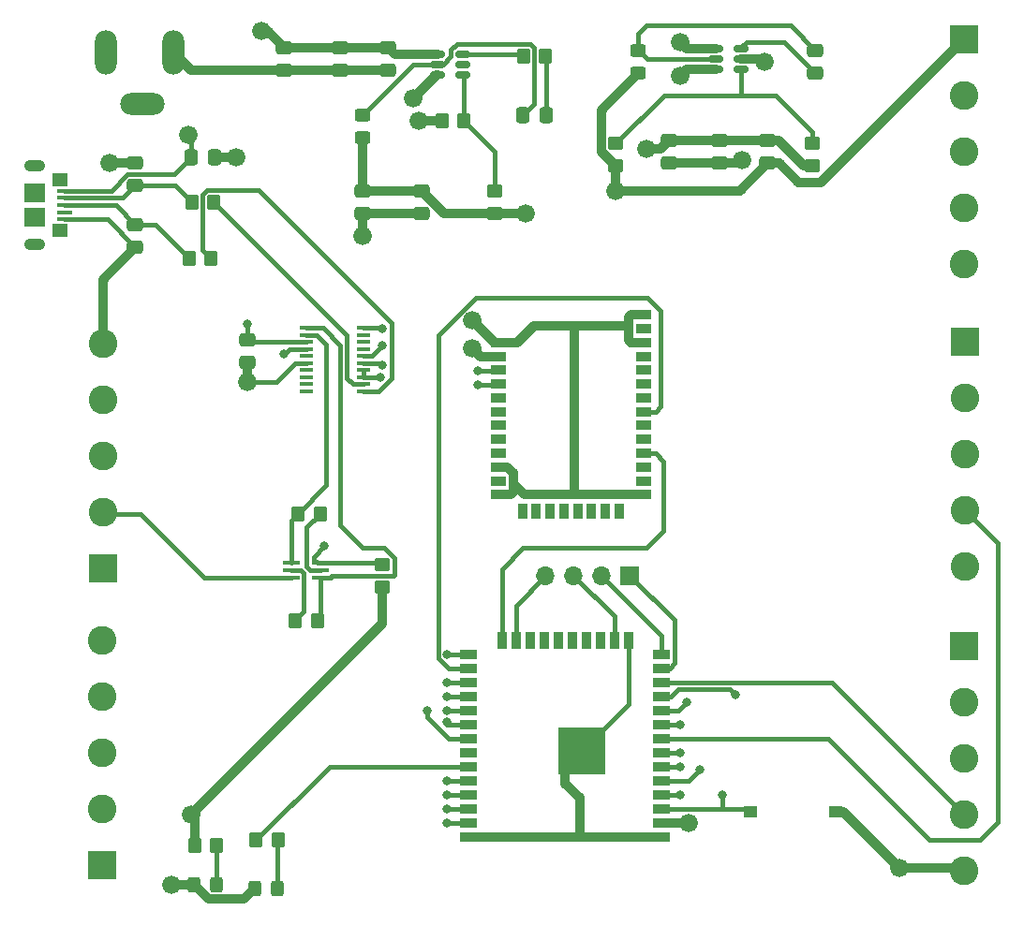
<source format=gtl>
G04 #@! TF.GenerationSoftware,KiCad,Pcbnew,(6.0.10)*
G04 #@! TF.CreationDate,2023-06-25T11:42:12-04:00*
G04 #@! TF.ProjectId,sd2_node_board,7364325f-6e6f-4646-955f-626f6172642e,rev?*
G04 #@! TF.SameCoordinates,Original*
G04 #@! TF.FileFunction,Copper,L1,Top*
G04 #@! TF.FilePolarity,Positive*
%FSLAX46Y46*%
G04 Gerber Fmt 4.6, Leading zero omitted, Abs format (unit mm)*
G04 Created by KiCad (PCBNEW (6.0.10)) date 2023-06-25 11:42:12*
%MOMM*%
%LPD*%
G01*
G04 APERTURE LIST*
G04 Aperture macros list*
%AMRoundRect*
0 Rectangle with rounded corners*
0 $1 Rounding radius*
0 $2 $3 $4 $5 $6 $7 $8 $9 X,Y pos of 4 corners*
0 Add a 4 corners polygon primitive as box body*
4,1,4,$2,$3,$4,$5,$6,$7,$8,$9,$2,$3,0*
0 Add four circle primitives for the rounded corners*
1,1,$1+$1,$2,$3*
1,1,$1+$1,$4,$5*
1,1,$1+$1,$6,$7*
1,1,$1+$1,$8,$9*
0 Add four rect primitives between the rounded corners*
20,1,$1+$1,$2,$3,$4,$5,0*
20,1,$1+$1,$4,$5,$6,$7,0*
20,1,$1+$1,$6,$7,$8,$9,0*
20,1,$1+$1,$8,$9,$2,$3,0*%
G04 Aperture macros list end*
G04 #@! TA.AperFunction,SMDPad,CuDef*
%ADD10RoundRect,0.250000X0.475000X-0.337500X0.475000X0.337500X-0.475000X0.337500X-0.475000X-0.337500X0*%
G04 #@! TD*
G04 #@! TA.AperFunction,SMDPad,CuDef*
%ADD11RoundRect,0.250000X0.450000X-0.350000X0.450000X0.350000X-0.450000X0.350000X-0.450000X-0.350000X0*%
G04 #@! TD*
G04 #@! TA.AperFunction,SMDPad,CuDef*
%ADD12RoundRect,0.250000X-0.475000X0.337500X-0.475000X-0.337500X0.475000X-0.337500X0.475000X0.337500X0*%
G04 #@! TD*
G04 #@! TA.AperFunction,SMDPad,CuDef*
%ADD13RoundRect,0.250000X-0.450000X0.325000X-0.450000X-0.325000X0.450000X-0.325000X0.450000X0.325000X0*%
G04 #@! TD*
G04 #@! TA.AperFunction,SMDPad,CuDef*
%ADD14R,1.250000X1.000000*%
G04 #@! TD*
G04 #@! TA.AperFunction,SMDPad,CuDef*
%ADD15RoundRect,0.250000X-0.325000X-0.450000X0.325000X-0.450000X0.325000X0.450000X-0.325000X0.450000X0*%
G04 #@! TD*
G04 #@! TA.AperFunction,SMDPad,CuDef*
%ADD16RoundRect,0.150000X-0.512500X-0.150000X0.512500X-0.150000X0.512500X0.150000X-0.512500X0.150000X0*%
G04 #@! TD*
G04 #@! TA.AperFunction,SMDPad,CuDef*
%ADD17RoundRect,0.250000X0.350000X0.450000X-0.350000X0.450000X-0.350000X-0.450000X0.350000X-0.450000X0*%
G04 #@! TD*
G04 #@! TA.AperFunction,SMDPad,CuDef*
%ADD18R,1.400000X0.400000*%
G04 #@! TD*
G04 #@! TA.AperFunction,SMDPad,CuDef*
%ADD19R,1.450000X1.150000*%
G04 #@! TD*
G04 #@! TA.AperFunction,ComponentPad*
%ADD20O,1.900000X1.050000*%
G04 #@! TD*
G04 #@! TA.AperFunction,SMDPad,CuDef*
%ADD21R,1.900000X1.750000*%
G04 #@! TD*
G04 #@! TA.AperFunction,SMDPad,CuDef*
%ADD22R,1.500000X0.400000*%
G04 #@! TD*
G04 #@! TA.AperFunction,SMDPad,CuDef*
%ADD23R,1.200000X0.400000*%
G04 #@! TD*
G04 #@! TA.AperFunction,SMDPad,CuDef*
%ADD24RoundRect,0.250000X-0.337500X-0.475000X0.337500X-0.475000X0.337500X0.475000X-0.337500X0.475000X0*%
G04 #@! TD*
G04 #@! TA.AperFunction,SMDPad,CuDef*
%ADD25RoundRect,0.250000X-0.350000X-0.450000X0.350000X-0.450000X0.350000X0.450000X-0.350000X0.450000X0*%
G04 #@! TD*
G04 #@! TA.AperFunction,ComponentPad*
%ADD26O,2.000000X4.000000*%
G04 #@! TD*
G04 #@! TA.AperFunction,ComponentPad*
%ADD27O,4.000000X2.000000*%
G04 #@! TD*
G04 #@! TA.AperFunction,ComponentPad*
%ADD28R,1.700000X1.700000*%
G04 #@! TD*
G04 #@! TA.AperFunction,ComponentPad*
%ADD29O,1.700000X1.700000*%
G04 #@! TD*
G04 #@! TA.AperFunction,ComponentPad*
%ADD30R,2.600000X2.600000*%
G04 #@! TD*
G04 #@! TA.AperFunction,ComponentPad*
%ADD31C,2.600000*%
G04 #@! TD*
G04 #@! TA.AperFunction,SMDPad,CuDef*
%ADD32RoundRect,0.250000X-0.450000X0.350000X-0.450000X-0.350000X0.450000X-0.350000X0.450000X0.350000X0*%
G04 #@! TD*
G04 #@! TA.AperFunction,SMDPad,CuDef*
%ADD33R,1.500000X0.900000*%
G04 #@! TD*
G04 #@! TA.AperFunction,SMDPad,CuDef*
%ADD34R,0.900000X1.500000*%
G04 #@! TD*
G04 #@! TA.AperFunction,HeatsinkPad*
%ADD35C,0.475000*%
G04 #@! TD*
G04 #@! TA.AperFunction,SMDPad,CuDef*
%ADD36R,1.050000X1.050000*%
G04 #@! TD*
G04 #@! TA.AperFunction,SMDPad,CuDef*
%ADD37R,4.200000X4.200000*%
G04 #@! TD*
G04 #@! TA.AperFunction,SMDPad,CuDef*
%ADD38R,1.447800X0.838200*%
G04 #@! TD*
G04 #@! TA.AperFunction,SMDPad,CuDef*
%ADD39R,0.838200X1.447800*%
G04 #@! TD*
G04 #@! TA.AperFunction,ViaPad*
%ADD40C,0.800000*%
G04 #@! TD*
G04 #@! TA.AperFunction,ViaPad*
%ADD41C,1.676400*%
G04 #@! TD*
G04 #@! TA.AperFunction,Conductor*
%ADD42C,0.381000*%
G04 #@! TD*
G04 #@! TA.AperFunction,Conductor*
%ADD43C,0.838200*%
G04 #@! TD*
G04 APERTURE END LIST*
D10*
X111252000Y-75459500D03*
X111252000Y-73384500D03*
D11*
X141224000Y-84074000D03*
X141224000Y-82074000D03*
X130302000Y-88376000D03*
X130302000Y-86376000D03*
D12*
X97790000Y-89386500D03*
X97790000Y-91461500D03*
X118364000Y-86338500D03*
X118364000Y-88413500D03*
D13*
X118364000Y-79493000D03*
X118364000Y-81543000D03*
D14*
X161101000Y-142494000D03*
X153351000Y-142494000D03*
D15*
X103106000Y-149098000D03*
X105156000Y-149098000D03*
D16*
X150246500Y-73472000D03*
X150246500Y-74422000D03*
X150246500Y-75372000D03*
X152521500Y-75372000D03*
X152521500Y-74422000D03*
X152521500Y-73472000D03*
D17*
X127492000Y-80026000D03*
X125492000Y-80026000D03*
D16*
X125100500Y-73996000D03*
X125100500Y-74946000D03*
X125100500Y-75896000D03*
X127375500Y-75896000D03*
X127375500Y-74946000D03*
X127375500Y-73996000D03*
D18*
X91366000Y-86330000D03*
X91366000Y-86980000D03*
X91366000Y-87630000D03*
X91366000Y-88280000D03*
X91366000Y-88930000D03*
D19*
X90946000Y-89950000D03*
D20*
X88716000Y-84055000D03*
D19*
X90946000Y-85310000D03*
D20*
X88716000Y-91205000D03*
D21*
X88716000Y-88755000D03*
X88716000Y-86505000D03*
D22*
X111894000Y-120000000D03*
X111894000Y-120650000D03*
X111894000Y-121300000D03*
X114554000Y-121300000D03*
X114554000Y-120650000D03*
X114554000Y-120000000D03*
D12*
X159258000Y-73638500D03*
X159258000Y-75713500D03*
D23*
X113224000Y-98742500D03*
X113224000Y-99377500D03*
X113224000Y-100012500D03*
X113224000Y-100647500D03*
X113224000Y-101282500D03*
X113224000Y-101917500D03*
X113224000Y-102552500D03*
X113224000Y-103187500D03*
X113224000Y-103822500D03*
X113224000Y-104457500D03*
X118424000Y-104457500D03*
X118424000Y-103822500D03*
X118424000Y-103187500D03*
X118424000Y-102552500D03*
X118424000Y-101917500D03*
X118424000Y-101282500D03*
X118424000Y-100647500D03*
X118424000Y-100012500D03*
X118424000Y-99377500D03*
X118424000Y-98742500D03*
D10*
X97790000Y-85873500D03*
X97790000Y-83798500D03*
D24*
X102848500Y-83312000D03*
X104923500Y-83312000D03*
D15*
X108587000Y-149434000D03*
X110637000Y-149434000D03*
D25*
X112478000Y-115570000D03*
X114478000Y-115570000D03*
D12*
X123698000Y-86338500D03*
X123698000Y-88413500D03*
D17*
X104886000Y-87376000D03*
X102886000Y-87376000D03*
D10*
X116332000Y-75481000D03*
X116332000Y-73406000D03*
D26*
X101237500Y-73872000D03*
D27*
X98437500Y-78472000D03*
D26*
X95137500Y-73872000D03*
D28*
X142484000Y-121158000D03*
D29*
X139944000Y-121158000D03*
X137404000Y-121158000D03*
X134864000Y-121158000D03*
D30*
X172669000Y-127508000D03*
D31*
X172669000Y-132588000D03*
X172669000Y-137668000D03*
X172669000Y-142748000D03*
X172669000Y-147828000D03*
D11*
X120142000Y-122158000D03*
X120142000Y-120158000D03*
D30*
X172731000Y-100004000D03*
D31*
X172731000Y-105084000D03*
X172731000Y-110164000D03*
X172731000Y-115244000D03*
X172731000Y-120324000D03*
D10*
X146050000Y-83857500D03*
X146050000Y-81782500D03*
X150622000Y-83857500D03*
X150622000Y-81782500D03*
D32*
X159004000Y-82042000D03*
X159004000Y-84042000D03*
D12*
X107950000Y-99800500D03*
X107950000Y-101875500D03*
D17*
X134858000Y-74168000D03*
X132858000Y-74168000D03*
D25*
X103140000Y-145542000D03*
X105140000Y-145542000D03*
D30*
X172710000Y-72644000D03*
D31*
X172710000Y-77724000D03*
X172710000Y-82804000D03*
X172710000Y-87884000D03*
X172710000Y-92964000D03*
D17*
X104648000Y-92456000D03*
X102648000Y-92456000D03*
D30*
X94823500Y-147299000D03*
D31*
X94823500Y-142219000D03*
X94823500Y-137139000D03*
X94823500Y-132059000D03*
X94823500Y-126979000D03*
D25*
X108712000Y-145034000D03*
X110712000Y-145034000D03*
D10*
X120650000Y-75459500D03*
X120650000Y-73384500D03*
D13*
X143256000Y-73651000D03*
X143256000Y-75701000D03*
D17*
X114224000Y-125222000D03*
X112224000Y-125222000D03*
D10*
X154940000Y-83857500D03*
X154940000Y-81782500D03*
D33*
X145371500Y-144765000D03*
X145371500Y-143495000D03*
X145371500Y-142225000D03*
X145371500Y-140955000D03*
X145371500Y-139685000D03*
X145371500Y-138415000D03*
X145371500Y-137145000D03*
X145371500Y-135875000D03*
X145371500Y-134605000D03*
X145371500Y-133335000D03*
X145371500Y-132065000D03*
X145371500Y-130795000D03*
X145371500Y-129525000D03*
X145371500Y-128255000D03*
D34*
X142331500Y-127005000D03*
X141061500Y-127005000D03*
X139791500Y-127005000D03*
X138521500Y-127005000D03*
X137251500Y-127005000D03*
X135981500Y-127005000D03*
X134711500Y-127005000D03*
X133441500Y-127005000D03*
X132171500Y-127005000D03*
X130901500Y-127005000D03*
D33*
X127871500Y-128255000D03*
X127871500Y-129525000D03*
X127871500Y-130795000D03*
X127871500Y-132065000D03*
X127871500Y-133335000D03*
X127871500Y-134605000D03*
X127871500Y-135875000D03*
X127871500Y-137145000D03*
X127871500Y-138415000D03*
X127871500Y-139685000D03*
X127871500Y-140955000D03*
X127871500Y-142225000D03*
X127871500Y-143495000D03*
X127871500Y-144765000D03*
D35*
X139671500Y-136215000D03*
D36*
X138146500Y-138502500D03*
D35*
X137384000Y-136977500D03*
D36*
X139671500Y-136977500D03*
D35*
X138909000Y-135452500D03*
X138146500Y-136215000D03*
X138909000Y-136977500D03*
X137384000Y-135452500D03*
X137384000Y-138502500D03*
D36*
X136621500Y-135452500D03*
D35*
X139671500Y-137740000D03*
D36*
X139671500Y-135452500D03*
D35*
X138146500Y-137740000D03*
X136621500Y-137740000D03*
D36*
X138146500Y-136977500D03*
X139671500Y-138502500D03*
X136621500Y-136977500D03*
D35*
X138909000Y-138502500D03*
D36*
X138146500Y-135452500D03*
D37*
X138146500Y-136977500D03*
D36*
X136621500Y-138502500D03*
D35*
X136621500Y-136215000D03*
D24*
X132820500Y-79502000D03*
X134895500Y-79502000D03*
D30*
X94837500Y-120492000D03*
D31*
X94837500Y-115412000D03*
X94837500Y-110332000D03*
X94837500Y-105252000D03*
X94837500Y-100172000D03*
D38*
X130606800Y-100076000D03*
X130606800Y-101325680D03*
X130606800Y-102575360D03*
X130606800Y-103825040D03*
X130606800Y-105074719D03*
X130606800Y-106324400D03*
X130606800Y-107574080D03*
X130606800Y-108823760D03*
X130606800Y-110073440D03*
X130606800Y-111323120D03*
X130606800Y-112572800D03*
X130606800Y-113822480D03*
D39*
X132778500Y-115354100D03*
X134028180Y-115354100D03*
X135277860Y-115354100D03*
X136527541Y-115354100D03*
X137777219Y-115354100D03*
X139026900Y-115354100D03*
X140276580Y-115354100D03*
X141541500Y-115354100D03*
D38*
X143713200Y-113822480D03*
X143713200Y-112572800D03*
X143713200Y-111323120D03*
X143713200Y-110073440D03*
X143713200Y-108823760D03*
X143713200Y-107574080D03*
X143713200Y-106324400D03*
X143713200Y-105074719D03*
X143713200Y-103825040D03*
X143713200Y-102575360D03*
X143713200Y-101325680D03*
X143713200Y-100076000D03*
X143713200Y-98826320D03*
X143713200Y-97561400D03*
D40*
X120142000Y-102108000D03*
D41*
X102616000Y-81280000D03*
D40*
X120142000Y-100330000D03*
D41*
X166878000Y-147574000D03*
X95504000Y-83820000D03*
X109220000Y-71882000D03*
X106934000Y-83312000D03*
X118364000Y-90424000D03*
X123444000Y-80010000D03*
X128270000Y-98044000D03*
X144018000Y-82550000D03*
X147066000Y-72898000D03*
X101092000Y-149098000D03*
X107950000Y-103632000D03*
D40*
X107899200Y-98399600D03*
X119913400Y-103200200D03*
D41*
X122936000Y-77978000D03*
X147066000Y-75946000D03*
X154686000Y-74676000D03*
X152654000Y-83566000D03*
X102870000Y-142748000D03*
X147828000Y-143510000D03*
X128270000Y-100584000D03*
X133096000Y-88392000D03*
X141224000Y-86360000D03*
D40*
X147066000Y-140970000D03*
X148844000Y-138684000D03*
X147066000Y-138430000D03*
X125984000Y-142240000D03*
X147066000Y-137160000D03*
X124206000Y-133350000D03*
X125984000Y-134366000D03*
X125984000Y-133350000D03*
X125984000Y-128270000D03*
X147066000Y-134620000D03*
X147599400Y-132613400D03*
X125984000Y-143510000D03*
X152044400Y-131902200D03*
X114884200Y-118465600D03*
X150876000Y-140995400D03*
X125984000Y-130810000D03*
X128778000Y-102616000D03*
X128778000Y-103886000D03*
X125984000Y-132080000D03*
X120142000Y-98806000D03*
X125984000Y-139700000D03*
X125984000Y-140970000D03*
X111252000Y-101092000D03*
D42*
X95615196Y-86330000D02*
X97109196Y-84836000D01*
X97109196Y-84836000D02*
X101324500Y-84836000D01*
X91366000Y-86330000D02*
X95615196Y-86330000D01*
X102848500Y-83312000D02*
X102848500Y-81512500D01*
X118424000Y-101917500D02*
X119951500Y-101917500D01*
X101324500Y-84836000D02*
X102848500Y-83312000D01*
X119951500Y-101917500D02*
X120142000Y-102108000D01*
X102848500Y-81512500D02*
X102616000Y-81280000D01*
D43*
X143713200Y-97561400D02*
X142596920Y-97561400D01*
X142596920Y-97561400D02*
X142370200Y-97788120D01*
X137419080Y-113822480D02*
X132942280Y-113822480D01*
X142370200Y-97788120D02*
X142370200Y-98599600D01*
X172415000Y-147574000D02*
X172669000Y-147828000D01*
D42*
X119189500Y-101282500D02*
X120142000Y-100330000D01*
D43*
X137937000Y-141240000D02*
X137937000Y-144765000D01*
X144018000Y-82550000D02*
X145282500Y-82550000D01*
X161101000Y-142494000D02*
X161798000Y-142494000D01*
X142370200Y-99864520D02*
X142581680Y-100076000D01*
X145282500Y-82550000D02*
X146050000Y-81782500D01*
X142370200Y-98599600D02*
X137461600Y-98599600D01*
D42*
X95258500Y-88930000D02*
X97790000Y-91461500D01*
D43*
X94837500Y-100172000D02*
X94837500Y-94414000D01*
X137461600Y-98599600D02*
X133810400Y-98599600D01*
D42*
X113224000Y-101917500D02*
X112243000Y-101917500D01*
D43*
X101092000Y-149098000D02*
X103106000Y-149098000D01*
X137461600Y-113779960D02*
X137419080Y-113822480D01*
X107603900Y-150417100D02*
X108587000Y-149434000D01*
D42*
X91366000Y-88930000D02*
X95258500Y-88930000D01*
D43*
X132334000Y-100076000D02*
X130606800Y-100076000D01*
X150246500Y-73472000D02*
X147640000Y-73472000D01*
X103106000Y-149098000D02*
X104425100Y-150417100D01*
X95504000Y-83820000D02*
X97768500Y-83820000D01*
D42*
X112243000Y-101917500D02*
X110528500Y-103632000D01*
D43*
X166878000Y-147574000D02*
X172415000Y-147574000D01*
X106934000Y-83312000D02*
X104923500Y-83312000D01*
X137937000Y-144765000D02*
X145371500Y-144765000D01*
D42*
X142331500Y-132792500D02*
X142331500Y-127005000D01*
D43*
X131949800Y-112830000D02*
X131949800Y-111887000D01*
X130606800Y-113822480D02*
X131738320Y-113822480D01*
X137937000Y-141240000D02*
X136621500Y-139924500D01*
X123444000Y-80010000D02*
X125476000Y-80010000D01*
X131385920Y-111323120D02*
X130606800Y-111323120D01*
X118364000Y-88413500D02*
X123698000Y-88413500D01*
D42*
X110528500Y-103632000D02*
X107950000Y-103632000D01*
D43*
X131949800Y-111887000D02*
X131385920Y-111323120D01*
X109220000Y-71882000D02*
X109749500Y-71882000D01*
X161798000Y-142494000D02*
X166878000Y-147574000D01*
X137461600Y-98599600D02*
X137461600Y-113779960D01*
X131949800Y-113611000D02*
X131949800Y-112830000D01*
X150622000Y-81782500D02*
X154940000Y-81782500D01*
X109749500Y-71882000D02*
X111252000Y-73384500D01*
X147640000Y-73472000D02*
X147066000Y-72898000D01*
X94837500Y-94414000D02*
X97790000Y-91461500D01*
X130302000Y-100076000D02*
X128270000Y-98044000D01*
X133810400Y-98599600D02*
X132334000Y-100076000D01*
X155950500Y-81782500D02*
X158242000Y-84074000D01*
X125476000Y-80010000D02*
X125492000Y-80026000D01*
X127871500Y-144765000D02*
X137937000Y-144765000D01*
X132942280Y-113822480D02*
X131949800Y-112830000D01*
X107950000Y-103632000D02*
X107950000Y-101875500D01*
X146050000Y-81782500D02*
X150622000Y-81782500D01*
X118364000Y-90424000D02*
X118364000Y-88413500D01*
X158274000Y-84042000D02*
X158242000Y-84074000D01*
X159004000Y-84042000D02*
X158274000Y-84042000D01*
X121261500Y-73996000D02*
X120650000Y-73384500D01*
X130606800Y-100076000D02*
X130302000Y-100076000D01*
X131738320Y-113822480D02*
X131949800Y-113611000D01*
D42*
X118424000Y-101282500D02*
X119189500Y-101282500D01*
D43*
X142581680Y-100076000D02*
X143713200Y-100076000D01*
X111252000Y-73384500D02*
X120650000Y-73384500D01*
X104425100Y-150417100D02*
X107603900Y-150417100D01*
D42*
X139671500Y-135452500D02*
X142331500Y-132792500D01*
D43*
X97768500Y-83820000D02*
X97790000Y-83798500D01*
X136621500Y-139924500D02*
X136621500Y-138502500D01*
X125100500Y-73996000D02*
X121261500Y-73996000D01*
X142370200Y-98599600D02*
X142370200Y-99864520D01*
X154940000Y-81782500D02*
X155950500Y-81782500D01*
X143713200Y-113822480D02*
X137419080Y-113822480D01*
D42*
X96683500Y-86980000D02*
X97790000Y-85873500D01*
X101383500Y-85873500D02*
X102886000Y-87376000D01*
X91366000Y-86980000D02*
X96683500Y-86980000D01*
X97790000Y-85873500D02*
X101383500Y-85873500D01*
X91366000Y-87630000D02*
X96033500Y-87630000D01*
X96033500Y-87630000D02*
X97790000Y-89386500D01*
X99578500Y-89386500D02*
X97790000Y-89386500D01*
X102648000Y-92456000D02*
X99578500Y-89386500D01*
X107899200Y-99749700D02*
X107950000Y-99800500D01*
X118436700Y-103200200D02*
X118424000Y-103187500D01*
X118424000Y-102552500D02*
X118424000Y-103187500D01*
X119913400Y-103200200D02*
X118436700Y-103200200D01*
X108162000Y-100012500D02*
X113224000Y-100012500D01*
X107899200Y-98399600D02*
X107899200Y-99749700D01*
X107950000Y-99800500D02*
X108162000Y-100012500D01*
D43*
X125018000Y-75896000D02*
X122936000Y-77978000D01*
X116310500Y-75459500D02*
X116332000Y-75481000D01*
X152362500Y-83857500D02*
X152654000Y-83566000D01*
X125100500Y-75896000D02*
X125018000Y-75896000D01*
X116353500Y-75459500D02*
X116332000Y-75481000D01*
X154432000Y-74422000D02*
X154686000Y-74676000D01*
X147640000Y-75372000D02*
X147066000Y-75946000D01*
X150246500Y-75372000D02*
X147640000Y-75372000D01*
X102825000Y-75459500D02*
X101237500Y-73872000D01*
X152521500Y-74422000D02*
X154432000Y-74422000D01*
X111252000Y-75459500D02*
X102825000Y-75459500D01*
X111252000Y-75459500D02*
X116310500Y-75459500D01*
X146050000Y-83857500D02*
X150622000Y-83857500D01*
X120650000Y-75459500D02*
X116353500Y-75459500D01*
X150622000Y-83857500D02*
X152362500Y-83857500D01*
D42*
X122911000Y-74946000D02*
X118364000Y-79493000D01*
X133473304Y-73077500D02*
X133848500Y-73452696D01*
X133848500Y-78474000D02*
X132820500Y-79502000D01*
X126322500Y-74200882D02*
X126322500Y-73622118D01*
X125577382Y-74946000D02*
X126322500Y-74200882D01*
X126867118Y-73077500D02*
X133473304Y-73077500D01*
X133848500Y-73452696D02*
X133848500Y-78474000D01*
X126322500Y-73622118D02*
X126867118Y-73077500D01*
X125100500Y-74946000D02*
X122911000Y-74946000D01*
X125100500Y-74946000D02*
X125577382Y-74946000D01*
X134858000Y-74168000D02*
X134895500Y-74205500D01*
X134895500Y-74205500D02*
X134895500Y-79502000D01*
D43*
X128270000Y-100584000D02*
X129011680Y-101325680D01*
X120142000Y-122158000D02*
X120142000Y-125476000D01*
X133096000Y-88392000D02*
X130318000Y-88392000D01*
X103140000Y-143018000D02*
X102870000Y-142748000D01*
X103140000Y-145542000D02*
X103140000Y-143018000D01*
X118364000Y-81543000D02*
X118364000Y-86338500D01*
X125735500Y-88376000D02*
X130302000Y-88376000D01*
X129011680Y-101325680D02*
X130606800Y-101325680D01*
X118364000Y-86338500D02*
X123698000Y-86338500D01*
X120142000Y-125476000D02*
X102870000Y-142748000D01*
X147828000Y-143510000D02*
X145386500Y-143510000D01*
X123698000Y-86338500D02*
X125735500Y-88376000D01*
X130318000Y-88392000D02*
X130302000Y-88376000D01*
X145386500Y-143510000D02*
X145371500Y-143495000D01*
D42*
X143256000Y-73651000D02*
X143256000Y-72136000D01*
X143256000Y-72136000D02*
X144018000Y-71374000D01*
X156993500Y-71374000D02*
X159258000Y-73638500D01*
X144027000Y-74422000D02*
X143256000Y-73651000D01*
X144018000Y-71374000D02*
X156993500Y-71374000D01*
X150246500Y-74422000D02*
X144027000Y-74422000D01*
X152521500Y-73360700D02*
X153009600Y-72872600D01*
X152521500Y-73472000D02*
X152521500Y-73360700D01*
X153009600Y-72872600D02*
X156417100Y-72872600D01*
X156417100Y-72872600D02*
X159258000Y-75713500D01*
D43*
X141224000Y-84074000D02*
X141224000Y-86360000D01*
X139904900Y-79052100D02*
X143256000Y-75701000D01*
X141224000Y-84074000D02*
X141194907Y-84074000D01*
X141224000Y-86360000D02*
X152437500Y-86360000D01*
X152437500Y-86360000D02*
X154940000Y-83857500D01*
X155993500Y-83857500D02*
X157734000Y-85598000D01*
X157734000Y-85598000D02*
X159756000Y-85598000D01*
X139904900Y-82783993D02*
X139904900Y-79052100D01*
X154940000Y-83857500D02*
X155993500Y-83857500D01*
X159756000Y-85598000D02*
X172710000Y-72644000D01*
X141194907Y-84074000D02*
X139904900Y-82783993D01*
D42*
X110637000Y-145109000D02*
X110712000Y-145034000D01*
X110637000Y-149434000D02*
X110637000Y-145109000D01*
X105140000Y-145542000D02*
X105140000Y-149082000D01*
X105140000Y-149082000D02*
X105156000Y-149098000D01*
X145371500Y-140955000D02*
X147051000Y-140955000D01*
X147051000Y-140955000D02*
X147066000Y-140970000D01*
X147066000Y-139700000D02*
X147828000Y-139700000D01*
X147051000Y-139685000D02*
X147066000Y-139700000D01*
X147828000Y-139700000D02*
X148844000Y-138684000D01*
X145371500Y-139685000D02*
X147051000Y-139685000D01*
X147051000Y-138415000D02*
X147066000Y-138430000D01*
X145371500Y-138415000D02*
X147051000Y-138415000D01*
X125984000Y-142240000D02*
X127856500Y-142240000D01*
X127856500Y-142240000D02*
X127871500Y-142225000D01*
X147051000Y-137145000D02*
X147066000Y-137160000D01*
X145371500Y-137145000D02*
X147051000Y-137145000D01*
X175717200Y-118230200D02*
X172731000Y-115244000D01*
X175717200Y-143433800D02*
X175717200Y-118230200D01*
X174117000Y-145034000D02*
X175717200Y-143433800D01*
X160386000Y-135875000D02*
X169545000Y-145034000D01*
X145371500Y-135875000D02*
X160386000Y-135875000D01*
X169545000Y-145034000D02*
X174117000Y-145034000D01*
X124206000Y-133959936D02*
X126121064Y-135875000D01*
X124206000Y-133350000D02*
X124206000Y-133959936D01*
X126121064Y-135875000D02*
X127871500Y-135875000D01*
X125984000Y-134366000D02*
X125984000Y-134620000D01*
X125984000Y-134620000D02*
X127856500Y-134620000D01*
X127856500Y-134620000D02*
X127871500Y-134605000D01*
X127856500Y-133350000D02*
X127871500Y-133335000D01*
X125984000Y-133350000D02*
X127856500Y-133350000D01*
X98298000Y-115570000D02*
X94995500Y-115570000D01*
X111894000Y-121300000D02*
X104028000Y-121300000D01*
X94995500Y-115570000D02*
X94837500Y-115412000D01*
X125999000Y-128255000D02*
X125984000Y-128270000D01*
X104028000Y-121300000D02*
X98298000Y-115570000D01*
X127871500Y-128255000D02*
X125999000Y-128255000D01*
X147051000Y-134605000D02*
X147066000Y-134620000D01*
X145371500Y-134605000D02*
X147051000Y-134605000D01*
X146877800Y-133335000D02*
X147599400Y-132613400D01*
X145371500Y-133335000D02*
X146877800Y-133335000D01*
X146065000Y-129525000D02*
X146512000Y-129078000D01*
X146512000Y-129078000D02*
X146512000Y-125186000D01*
X146512000Y-125186000D02*
X142484000Y-121158000D01*
X145371500Y-129525000D02*
X146065000Y-129525000D01*
X145371500Y-126585500D02*
X139944000Y-121158000D01*
X145371500Y-128255000D02*
X145371500Y-126585500D01*
X141061500Y-124815500D02*
X137404000Y-121158000D01*
X141061500Y-127005000D02*
X141061500Y-124815500D01*
X132171500Y-127005000D02*
X132171500Y-123850500D01*
X132171500Y-123850500D02*
X134864000Y-121158000D01*
X125984000Y-143510000D02*
X127856500Y-143510000D01*
X127856500Y-143510000D02*
X127871500Y-143495000D01*
X151518200Y-131376000D02*
X152044400Y-131902200D01*
X146166600Y-132065000D02*
X146855600Y-131376000D01*
X146855600Y-131376000D02*
X151518200Y-131376000D01*
X145371500Y-132065000D02*
X146166600Y-132065000D01*
X160716000Y-130795000D02*
X172669000Y-142748000D01*
X145371500Y-130795000D02*
X160716000Y-130795000D01*
X115062000Y-100234500D02*
X115062000Y-112986000D01*
X111894000Y-116154000D02*
X112478000Y-115570000D01*
X113224000Y-99377500D02*
X114205000Y-99377500D01*
X114205000Y-99377500D02*
X115062000Y-100234500D01*
X111894000Y-120000000D02*
X111894000Y-116154000D01*
X115062000Y-112986000D02*
X112478000Y-115570000D01*
X113034500Y-124411500D02*
X113034500Y-120908500D01*
X112224000Y-125222000D02*
X113034500Y-124411500D01*
X113034500Y-120908500D02*
X112776000Y-120650000D01*
X112776000Y-120650000D02*
X111894000Y-120650000D01*
X118364000Y-118618000D02*
X120307804Y-118618000D01*
X121232500Y-119542696D02*
X121232500Y-121083500D01*
X120307804Y-118618000D02*
X121232500Y-119542696D01*
X115428000Y-121300000D02*
X114554000Y-121300000D01*
X116332000Y-100330000D02*
X116332000Y-116586000D01*
X121148500Y-121167500D02*
X115560500Y-121167500D01*
X114224000Y-125222000D02*
X114554000Y-124892000D01*
X115560500Y-121167500D02*
X115428000Y-121300000D01*
X121232500Y-121083500D02*
X121148500Y-121167500D01*
X113224000Y-98742500D02*
X114744500Y-98742500D01*
X114554000Y-124892000D02*
X114554000Y-121300000D01*
X116332000Y-116586000D02*
X118364000Y-118618000D01*
X114744500Y-98742500D02*
X116332000Y-100330000D01*
X113597658Y-120650000D02*
X113284000Y-120336342D01*
X113284000Y-120336342D02*
X113284000Y-116764000D01*
X113284000Y-116764000D02*
X114478000Y-115570000D01*
X114554000Y-120650000D02*
X113597658Y-120650000D01*
X113919000Y-119684800D02*
X113919000Y-119430800D01*
X114234200Y-120000000D02*
X113919000Y-119684800D01*
X153082000Y-142225000D02*
X153351000Y-142494000D01*
X150876000Y-140995400D02*
X150876000Y-142189200D01*
X114554000Y-120000000D02*
X114234200Y-120000000D01*
X145371500Y-142225000D02*
X150840200Y-142225000D01*
X150840200Y-142225000D02*
X153082000Y-142225000D01*
X119984000Y-120000000D02*
X120142000Y-120158000D01*
X150876000Y-142189200D02*
X150840200Y-142225000D01*
X114554000Y-120000000D02*
X119984000Y-120000000D01*
X113919000Y-119430800D02*
X114884200Y-118465600D01*
X115331000Y-138415000D02*
X127871500Y-138415000D01*
X108712000Y-145034000D02*
X115331000Y-138415000D01*
X118424000Y-103822500D02*
X117443000Y-103822500D01*
X116913000Y-99403000D02*
X104886000Y-87376000D01*
X117443000Y-103822500D02*
X116913000Y-103292500D01*
X116913000Y-103292500D02*
X116913000Y-99403000D01*
X104270696Y-86285500D02*
X103886000Y-86670196D01*
X103886000Y-86670196D02*
X103886000Y-91694000D01*
X119774036Y-104457500D02*
X120932500Y-103299036D01*
X120932500Y-103299036D02*
X120932500Y-98326500D01*
X108891500Y-86285500D02*
X104270696Y-86285500D01*
X103886000Y-91694000D02*
X104648000Y-92456000D01*
X118424000Y-104457500D02*
X119774036Y-104457500D01*
X120932500Y-98326500D02*
X108891500Y-86285500D01*
X132686000Y-73996000D02*
X132858000Y-74168000D01*
X127375500Y-73996000D02*
X132686000Y-73996000D01*
X130302000Y-82836000D02*
X130302000Y-86376000D01*
X127375500Y-75896000D02*
X127492000Y-76012500D01*
X127492000Y-76012500D02*
X127492000Y-80026000D01*
X127492000Y-80026000D02*
X130302000Y-82836000D01*
X152400000Y-77724000D02*
X155702000Y-77724000D01*
X152521500Y-77602500D02*
X152400000Y-77724000D01*
X155702000Y-77724000D02*
X159004000Y-81026000D01*
X145574000Y-77724000D02*
X152400000Y-77724000D01*
X159004000Y-81026000D02*
X159004000Y-82042000D01*
X152521500Y-77602500D02*
X152521500Y-75372000D01*
X141224000Y-82074000D02*
X145574000Y-77724000D01*
X145542000Y-117094000D02*
X144018000Y-118618000D01*
X144818100Y-110073440D02*
X145542000Y-110797340D01*
X130901500Y-120558500D02*
X130901500Y-127005000D01*
X145542000Y-110797340D02*
X145542000Y-117094000D01*
X132842000Y-118618000D02*
X130901500Y-120558500D01*
X143713200Y-110073440D02*
X144818100Y-110073440D01*
X144018000Y-118618000D02*
X132842000Y-118618000D01*
X145288000Y-97212200D02*
X145288000Y-105854500D01*
X144818100Y-106324400D02*
X143713200Y-106324400D01*
X127871500Y-129525000D02*
X126121064Y-129525000D01*
X144087800Y-96012000D02*
X145288000Y-97212200D01*
X125193500Y-128597436D02*
X125193500Y-99382855D01*
X126121064Y-129525000D02*
X125193500Y-128597436D01*
X128564355Y-96012000D02*
X144087800Y-96012000D01*
X145288000Y-105854500D02*
X144818100Y-106324400D01*
X125193500Y-99382855D02*
X128564355Y-96012000D01*
X128778000Y-102616000D02*
X130566160Y-102616000D01*
X127856500Y-130810000D02*
X127871500Y-130795000D01*
X125984000Y-130810000D02*
X127856500Y-130810000D01*
X130566160Y-102616000D02*
X130606800Y-102575360D01*
X127856500Y-132080000D02*
X127871500Y-132065000D01*
X130545840Y-103886000D02*
X130606800Y-103825040D01*
X125984000Y-132080000D02*
X127856500Y-132080000D01*
X128778000Y-103886000D02*
X130545840Y-103886000D01*
X120078500Y-98742500D02*
X120142000Y-98806000D01*
X118424000Y-98742500D02*
X120078500Y-98742500D01*
X125984000Y-139700000D02*
X127856500Y-139700000D01*
X127856500Y-139700000D02*
X127871500Y-139685000D01*
X125984000Y-140970000D02*
X127856500Y-140970000D01*
X111252000Y-101092000D02*
X111696500Y-100647500D01*
X111696500Y-100647500D02*
X113224000Y-100647500D01*
X127856500Y-140970000D02*
X127871500Y-140955000D01*
M02*

</source>
